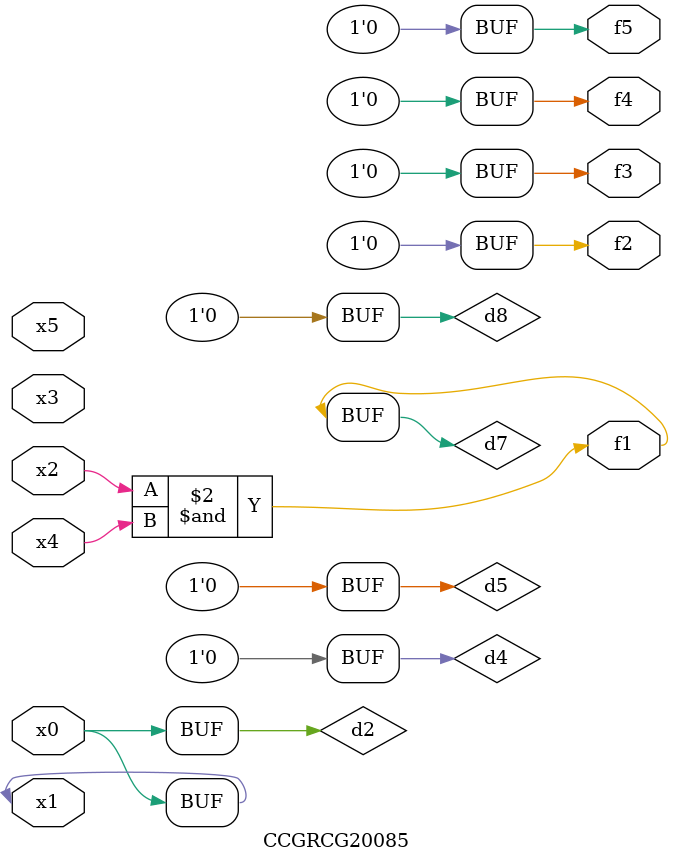
<source format=v>
module CCGRCG20085(
	input x0, x1, x2, x3, x4, x5,
	output f1, f2, f3, f4, f5
);

	wire d1, d2, d3, d4, d5, d6, d7, d8, d9;

	nand (d1, x1);
	buf (d2, x0, x1);
	nand (d3, x2, x4);
	and (d4, d1, d2);
	and (d5, d1, d2);
	nand (d6, d1, d3);
	not (d7, d3);
	xor (d8, d5);
	nor (d9, d5, d6);
	assign f1 = d7;
	assign f2 = d8;
	assign f3 = d8;
	assign f4 = d8;
	assign f5 = d8;
endmodule

</source>
